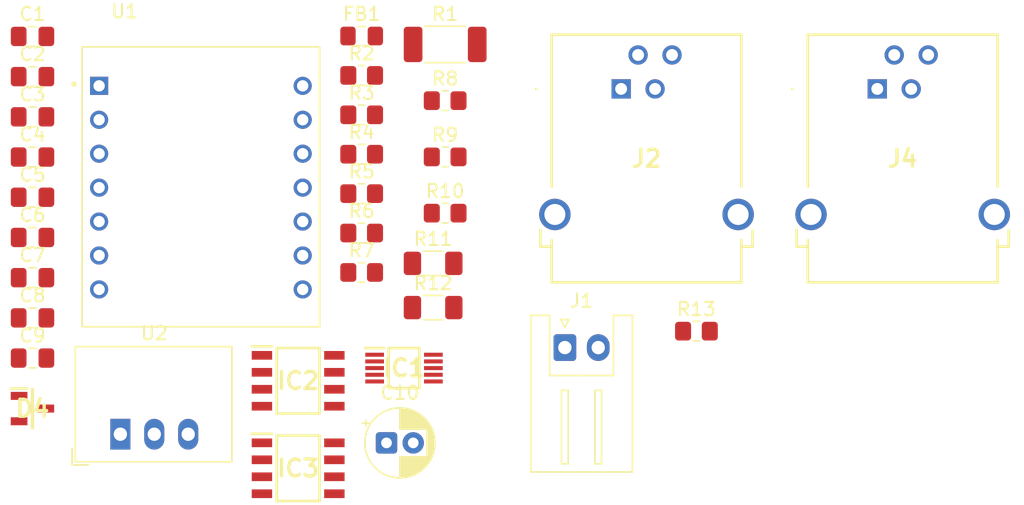
<source format=kicad_pcb>
(kicad_pcb (version 20241229) (generator "pcbnew") (generator_version "9.0")
  (layers (0 "F.Cu" signal) (2 "B.Cu" signal) (13 "F.Paste" user) (15 "B.Paste" user) (5 "F.SilkS" user "F.Silkscreen") (7 "B.SilkS" user "B.Silkscreen") (1 "F.Mask" user) (3 "B.Mask" user) (25 "Edge.Cuts" user))
  (net 0 "")
  (net 1 "/Vrow")
  (net 2 "GND")
  (net 3 "+5V")
  (net 4 "+VDC")
  (net 5 "/PI-TRCV-A")
  (net 6 "/PI-TRCV-B")
  (net 7 "+12V")
  (net 9 "/SCL")
  (net 10 "/SDA")
  (net 11 "/ROW-XDIR")
  (net 12 "/ROW-TxD")
  (net 13 "/ROW-RxD")
  (net 14 "/ROW-TRCV-B")
  (net 15 "/ROW-TRCV-A")
  (net 16 "/PI-XDIR")
  (net 17 "Net-(IC3-A)")
  (net 18 "/PI-TxD")
  (net 19 "/PI-RxD")
  (net 20 "Net-(IC3-B)")
  (net 21 "+3V3")
  (net 22 "Net-(D1-A)")
  (net 23 "Net-(D2-A)")
  (net 24 "Net-(D3-A)")
  (net 25 "/LED-DATA")
  (net 26 "/ROW-SENSE")
  (net 27 "/LED-RDY")
  (footprint "Capacitor_SMD:C_0805_2012Metric_Pad1.18x1.45mm_HandSolder" (layer "F.Cu") (at 101.500225 71.63)
    (property "Reference" "C7" (at 0 -1.68 0) (layer "F.SilkS"))
    (property "Value" "100nF")
    (fp_line (start -0.261252 -0.735) (end 0.261252 -0.735) (stroke (width 0.12)) (layer "F.SilkS"))
    (fp_line (start -0.261252 0.735) (end 0.261252 0.735) (stroke (width 0.12)) (layer "F.SilkS"))
    (pad "1" smd roundrect (at -1.0375 0) (size 1.175 1.45) (layers "F.Cu" "F.Mask" "F.Paste") (roundrect_rratio 0.212766) (net 3 "+5V"))
    (pad "2" smd roundrect (at 1.0375 0) (size 1.175 1.45) (layers "F.Cu" "F.Mask" "F.Paste") (roundrect_rratio 0.212766) (net 2 "GND"))
  )
  (footprint "Resistor_SMD:R_0805_2012Metric_Pad1.20x1.40mm_HandSolder" (layer "F.Cu") (at 151.201 75.635)
    (property "Reference" "R13" (at 0 -1.65 0) (layer "F.SilkS"))
    (property "Value" "120ohm")
    (fp_line (start -0.227064 -0.735) (end 0.227064 -0.735) (stroke (width 0.12)) (layer "F.SilkS"))
    (fp_line (start -0.227064 0.735) (end 0.227064 0.735) (stroke (width 0.12)) (layer "F.SilkS"))
    (pad "1" smd roundrect (at -1 0) (size 1.2 1.4) (layers "F.Cu" "F.Mask" "F.Paste") (roundrect_rratio 0.208333) (net 5 "/PI-TRCV-A"))
    (pad "2" smd roundrect (at 1 0) (size 1.2 1.4) (layers "F.Cu" "F.Mask" "F.Paste") (roundrect_rratio 0.208333) (net 6 "/PI-TRCV-B"))
  )
  (footprint "Resistor_SMD:R_0805_2012Metric_Pad1.20x1.40mm_HandSolder" (layer "F.Cu") (at 126.140225 71.24)
    (property "Reference" "R7" (at 0 -1.65 0) (layer "F.SilkS"))
    (property "Value" "10K")
    (fp_line (start -0.227064 -0.735) (end 0.227064 -0.735) (stroke (width 0.12)) (layer "F.SilkS"))
    (fp_line (start -0.227064 0.735) (end 0.227064 0.735) (stroke (width 0.12)) (layer "F.SilkS"))
    (pad "1" smd roundrect (at -1 0) (size 1.2 1.4) (layers "F.Cu" "F.Mask" "F.Paste") (roundrect_rratio 0.208333) (net 3 "+5V"))
    (pad "2" smd roundrect (at 1 0) (size 1.2 1.4) (layers "F.Cu" "F.Mask" "F.Paste") (roundrect_rratio 0.208333) (net 13 "/ROW-RxD"))
  )
  (footprint "Converter_DCDC:Converter_DCDC_RECOM_R-78E-0.5_THT" (layer "F.Cu") (at 108.075225 83.35)
    (property "Reference" "U2" (at 2.54 -7.56 0) (layer "F.SilkS"))
    (property "Value" "R-78E5.0-0.5")
    (fp_line (start -3.61 1.06) (end -3.61 2.3) (stroke (width 0.12)) (layer "F.SilkS"))
    (fp_line (start -3.61 2.3) (end -2.37 2.3) (stroke (width 0.12)) (layer "F.SilkS"))
    (fp_line (start -3.37 -6.56) (end 8.35 -6.56) (stroke (width 0.12)) (layer "F.SilkS"))
    (fp_line (start -3.37 2.06) (end -3.37 -6.56) (stroke (width 0.12)) (layer "F.SilkS"))
    (fp_line (start 8.35 -6.56) (end 8.35 2.06) (stroke (width 0.12)) (layer "F.SilkS"))
    (fp_line (start 8.35 2.06) (end -3.37 2.06) (stroke (width 0.12)) (layer "F.SilkS"))
    (pad "1" thru_hole rect (at 0 0) (size 1.5 2.3) (drill 1) (layers "*.Cu" "*.Mask") (net 1 "/Vrow"))
    (pad "2" thru_hole oval (at 2.54 0) (size 1.5 2.3) (drill 1) (layers "*.Cu" "*.Mask") (net 2 "GND"))
    (pad "3" thru_hole oval (at 5.08 0) (size 1.5 2.3) (drill 1) (layers "*.Cu" "*.Mask") (net 3 "+5V"))
  )
  (footprint "Capacitor_SMD:C_0805_2012Metric_Pad1.18x1.45mm_HandSolder" (layer "F.Cu") (at 101.500225 74.64)
    (property "Reference" "C8" (at 0 -1.68 0) (layer "F.SilkS"))
    (property "Value" ".1uF")
    (fp_line (start -0.261252 -0.735) (end 0.261252 -0.735) (stroke (width 0.12)) (layer "F.SilkS"))
    (fp_line (start -0.261252 0.735) (end 0.261252 0.735) (stroke (width 0.12)) (layer "F.SilkS"))
    (pad "1" smd roundrect (at -1.0375 0) (size 1.175 1.45) (layers "F.Cu" "F.Mask" "F.Paste") (roundrect_rratio 0.212766) (net 4 "+VDC"))
    (pad "2" smd roundrect (at 1.0375 0) (size 1.175 1.45) (layers "F.Cu" "F.Mask" "F.Paste") (roundrect_rratio 0.212766) (net 2 "GND"))
  )
  (footprint "ESP32-C3:MODULE_113991054" (layer "F.Cu") (at 114.105225 64.8275)
    (property "Reference" "U1" (at -5.715 -13.135 0) (layer "F.SilkS"))
    (property "Value" "XAIO ESP32-C3")
    (fp_line (start -8.89 -10.4775) (end 8.89 -10.4775) (stroke (width 0.127)) (layer "F.SilkS"))
    (fp_line (start -8.89 10.4775) (end -8.89 -10.4775) (stroke (width 0.127)) (layer "F.SilkS"))
    (fp_line (start 8.89 -10.4775) (end 8.89 10.4775) (stroke (width 0.127)) (layer "F.SilkS"))
    (fp_line (start 8.89 10.4775) (end -8.89 10.4775) (stroke (width 0.127)) (layer "F.SilkS"))
    (fp_circle (center -9.5 -7.6835) (end -9.4 -7.6835) (stroke (width 0.2)) (fill no) (layer "F.SilkS"))
    (pad "1" thru_hole rect (at -7.62 -7.5565) (size 1.358 1.358) (drill 0.85) (layers "*.Cu" "*.Mask") (net 27 "/LED-RDY"))
    (pad "2" thru_hole circle (at -7.62 -5.0165) (size 1.358 1.358) (drill 0.85) (layers "*.Cu" "*.Mask") (net 25 "/LED-DATA"))
    (pad "3" thru_hole circle (at -7.62 -2.4765) (size 1.358 1.358) (drill 0.85) (layers "*.Cu" "*.Mask") (net 16 "/PI-XDIR"))
    (pad "4" thru_hole circle (at -7.62 0.0635) (size 1.358 1.358) (drill 0.85) (layers "*.Cu" "*.Mask") (net 11 "/ROW-XDIR"))
    (pad "5" thru_hole circle (at -7.62 2.6035) (size 1.358 1.358) (drill 0.85) (layers "*.Cu" "*.Mask") (net 10 "/SDA"))
    (pad "6" thru_hole circle (at -7.62 5.1435) (size 1.358 1.358) (drill 0.85) (layers "*.Cu" "*.Mask") (net 9 "/SCL"))
    (pad "7" thru_hole circle (at -7.62 7.6835) (size 1.358 1.358) (drill 0.85) (layers "*.Cu" "*.Mask") (net 12 "/ROW-TxD"))
    (pad "8" thru_hole circle (at 7.62 7.6835) (size 1.358 1.358) (drill 0.85) (layers "*.Cu" "*.Mask") (net 13 "/ROW-RxD"))
    (pad "9" thru_hole circle (at 7.62 5.1435) (size 1.358 1.358) (drill 0.85) (layers "*.Cu" "*.Mask") (net 26 "/ROW-SENSE"))
    (pad "10" thru_hole circle (at 7.62 2.6035) (size 1.358 1.358) (drill 0.85) (layers "*.Cu" "*.Mask") (net 19 "/PI-RxD"))
    (pad "11" thru_hole circle (at 7.62 0.0635) (size 1.358 1.358) (drill 0.85) (layers "*.Cu" "*.Mask") (net 18 "/PI-TxD"))
    (pad "12" thru_hole circle (at 7.62 -2.4765) (size 1.358 1.358) (drill 0.85) (layers "*.Cu" "*.Mask") (net 21 "+3V3"))
    (pad "13" thru_hole circle (at 7.62 -5.0165) (size 1.358 1.358) (drill 0.85) (layers "*.Cu" "*.Mask") (net 2 "GND"))
    (pad "14" thru_hole circle (at 7.62 -7.5565) (size 1.358 1.358) (drill 0.85) (layers "*.Cu" "*.Mask") (net 4 "+VDC"))
  )
  (footprint "Capacitor_THT:CP_Radial_D5.0mm_P2.00mm" (layer "F.Cu") (at 128 84)
    (property "Reference" "C10" (at 1 -3.75 0) (layer "F.SilkS"))
    (property "Value" "100uF")
    (fp_line (start -1.804775 -1.475) (end -1.304775 -1.475) (stroke (width 0.12)) (layer "F.SilkS"))
    (fp_line (start -1.554775 -1.725) (end -1.554775 -1.225) (stroke (width 0.12)) (layer "F.SilkS"))
    (fp_line (start 1 -2.58) (end 1 -1.04) (stroke (width 0.12)) (layer "F.SilkS"))
    (fp_line (start 1 1.04) (end 1 2.58) (stroke (width 0.12)) (layer "F.SilkS"))
    (fp_line (start 1.04 -2.58) (end 1.04 -1.04) (stroke (width 0.12)) (layer "F.SilkS"))
    (fp_line (start 1.04 1.04) (end 1.04 2.58) (stroke (width 0.12)) (layer "F.SilkS"))
    (fp_line (start 1.08 -2.579) (end 1.08 -1.04) (stroke (width 0.12)) (layer "F.SilkS"))
    (fp_line (start 1.08 1.04) (end 1.08 2.579) (stroke (width 0.12)) (layer "F.SilkS"))
    (fp_line (start 1.12 -2.577) (end 1.12 -1.04) (stroke (width 0.12)) (layer "F.SilkS"))
    (fp_line (start 1.12 1.04) (end 1.12 2.577) (stroke (width 0.12)) (layer "F.SilkS"))
    (fp_line (start 1.16 -2.575) (end 1.16 -1.04) (stroke (width 0.12)) (layer "F.SilkS"))
    (fp_line (start 1.16 1.04) (end 1.16 2.575) (stroke (width 0.12)) (layer "F.SilkS"))
    (fp_line (start 1.2 -2.572) (end 1.2 -1.04) (stroke (width 0.12)) (layer "F.SilkS"))
    (fp_line (start 1.2 1.04) (end 1.2 2.572) (stroke (width 0.12)) (layer "F.SilkS"))
    (fp_line (start 1.24 -2.569) (end 1.24 -1.04) (stroke (width 0.12)) (layer "F.SilkS"))
    (fp_line (start 1.24 1.04) (end 1.24 2.569) (stroke (width 0.12)) (layer "F.SilkS"))
    (fp_line (start 1.28 -2.565) (end 1.28 -1.04) (stroke (width 0.12)) (layer "F.SilkS"))
    (fp_line (start 1.28 1.04) (end 1.28 2.565) (stroke (width 0.12)) (layer "F.SilkS"))
    (fp_line (start 1.32 -2.56) (end 1.32 -1.04) (stroke (width 0.12)) (layer "F.SilkS"))
    (fp_line (start 1.32 1.04) (end 1.32 2.56) (stroke (width 0.12)) (layer "F.SilkS"))
    (fp_line (start 1.36 -2.555) (end 1.36 -1.04) (stroke (width 0.12)) (layer "F.SilkS"))
    (fp_line (start 1.36 1.04) (end 1.36 2.555) (stroke (width 0.12)) (layer "F.SilkS"))
    (fp_line (start 1.4 -2.549) (end 1.4 -1.04) (stroke (width 0.12)) (layer "F.SilkS"))
    (fp_line (start 1.4 1.04) (end 1.4 2.549) (stroke (width 0.12)) (layer "F.SilkS"))
    (fp_line (start 1.44 -2.543) (end 1.44 -1.04) (stroke (width 0.12)) (layer "F.SilkS"))
    (fp_line (start 1.44 1.04) (end 1.44 2.543) (stroke (width 0.12)) (layer "F.SilkS"))
    (fp_line (start 1.48 -2.536) (end 1.48 -1.04) (stroke (width 0.12)) (layer "F.SilkS"))
    (fp_line (start 1.48 1.04) (end 1.48 2.536) (stroke (width 0.12)) (layer "F.SilkS"))
    (fp_line (start 1.52 -2.528) (end 1.52 -1.04) (stroke (width 0.12)) (layer "F.SilkS"))
    (fp_line (start 1.52 1.04) (end 1.52 2.528) (stroke (width 0.12)) (layer "F.SilkS"))
    (fp_line (start 1.56 -2.519) (end 1.56 -1.04) (stroke (width 0.12)) (layer "F.SilkS"))
    (fp_line (start 1.56 1.04) (end 1.56 2.519) (stroke (width 0.12)) (layer "F.SilkS"))
    (fp_line (start 1.6 -2.51) (end 1.6 -1.04) (stroke (width 0.12)) (layer "F.SilkS"))
    (fp_line (start 1.6 1.04) (end 1.6 2.51) (stroke (width 0.12)) (layer "F.SilkS"))
    (fp_line (start 1.64 -2.501) (end 1.64 -1.04) (stroke (width 0.12)) (layer "F.SilkS"))
    (fp_line (start 1.64 1.04) (end 1.64 2.501) (stroke (width 0.12)) (layer "F.SilkS"))
    (fp_line (start 1.68 -2.49) (end 1.68 -1.04) (stroke (width 0.12)) (layer "F.SilkS"))
    (fp_line (start 1.68 1.04) (end 1.68 2.49) (stroke (width 0.12)) (layer "F.SilkS"))
    (fp_line (start 1.72 -2.479) (end 1.72 -1.04) (stroke (width 0.12)) (layer "F.SilkS"))
    (fp_line (start 1.72 1.04) (end 1.72 2.479) (stroke (width 0.12)) (layer "F.SilkS"))
    (fp_line (start 1.76 -2.467) (end 1.76 -1.04) (stroke (width 0.12)) (layer "F.SilkS"))
    (fp_line (start 1.76 1.04) (end 1.76 2.467) (stroke (width 0.12)) (layer "F.SilkS"))
    (fp_line (start 1.8 -2.455) (end 1.8 -1.04) (stroke (width 0.12)) (layer "F.SilkS"))
    (fp_line (start 1.8 1.04) (end 1.8 2.455) (stroke (width 0.12)) (layer "F.SilkS"))
    (fp_line (start 1.84 -2.442) (end 1.84 -1.04) (stroke (width 0.12)) (layer "F.SilkS"))
    (fp_line (start 1.84 1.04) (end 1.84 2.442) (stroke (width 0.12)) (layer "F.SilkS"))
    (fp_line (start 1.88 -2.428) (end 1.88 -1.04) (stroke (width 0.12)) (layer "F.SilkS"))
    (fp_line (start 1.88 1.04) (end 1.88 2.428) (stroke (width 0.12)) (layer "F.SilkS"))
    (fp_line (start 1.92 -2.413) (end 1.92 -1.04) (stroke (width 0.12)) (layer "F.SilkS"))
    (fp_line (start 1.92 1.04) (end 1.92 2.413) (stroke (width 0.12)) (layer "F.SilkS"))
    (fp_line (start 1.96 -2.398) (end 1.96 -1.04) (stroke (width 0.12)) (layer "F.SilkS"))
    (fp_line (start 1.96 1.04) (end 1.96 2.398) (stroke (width 0.12)) (layer "F.SilkS"))
    (fp_line (start 2 -2.382) (end 2 -1.04) (stroke (width 0.12)) (layer "F.SilkS"))
    (fp_line (start 2 1.04) (end 2 2.382) (stroke (width 0.12)) (layer "F.SilkS"))
    (fp_line (start 2.04 -2.365) (end 2.04 -1.04) (stroke (width 0.12)) (layer "F.SilkS"))
    (fp_line (start 2.04 1.04) (end 2.04 2.365) (stroke (width 0.12)) (layer "F.SilkS"))
    (fp_line (start 2.08 -2.347) (end 2.08 -1.04) (stroke (width 0.12)) (layer "F.SilkS"))
    (fp_line (start 2.08 1.04) (end 2.08 2.347) (stroke (width 0.12)) (layer "F.SilkS"))
    (fp_line (start 2.12 -2.329) (end 2.12 -1.04) (stroke (width 0.12)) (layer "F.SilkS"))
    (fp_line (start 2.12 1.04) (end 2.12 2.329) (stroke (width 0.12)) (layer "F.SilkS"))
    (fp_line (start 2.16 -2.309) (end 2.16 -1.04) (stroke (width 0.12)) (layer "F.SilkS"))
    (fp_line (start 2.16 1.04) (end 2.16 2.309) (stroke (width 0.12)) (layer "F.SilkS"))
    (fp_line (start 2.2 -2.289) (end 2.2 -1.04) (stroke (width 0.12)) (layer "F.SilkS"))
    (fp_line (start 2.2 1.04) (end 2.2 2.289) (stroke (width 0.12)) (layer "F.SilkS"))
    (fp_line (start 2.24 -2.268) (end 2.24 -1.04) (stroke (width 0.12)) (layer "F.SilkS"))
    (fp_line (start 2.24 1.04) (end 2.24 2.268) (stroke (width 0.12)) (layer "F.SilkS"))
    (fp_line (start 2.28 -2.246) (end 2.28 -1.04) (stroke (width 0.12)) (layer "F.SilkS"))
    (fp_line (start 2.28 1.04) (end 2.28 2.246) (stroke (width 0.12)) (layer "F.SilkS"))
    (fp_line (start 2.32 -2.223) (end 2.32 -1.04) (stroke (width 0.12)) (layer "F.SilkS"))
    (fp_line (start 2.32 1.04) (end 2.32 2.223) (stroke (width 0.12)) (layer "F.SilkS"))
    (fp_line (start 2.36 -2.199) (end 2.36 -1.04) (stroke (width 0.12)) (layer "F.SilkS"))
    (fp_line (start 2.36 1.04) (end 2.36 2.199) (stroke (width 0.12)) (layer "F.SilkS"))
    (fp_line (start 2.4 -2.175) (end 2.4 -1.04) (stroke (width 0.12)) (layer "F.SilkS"))
    (fp_line (start 2.4 1.04) (end 2.4 2.175) (stroke (width 0.12)) (layer "F.SilkS"))
    (fp_line (start 2.44 -2.149) (end 2.44 -1.04) (stroke (width 0.12)) (layer "F.SilkS"))
    (fp_line (start 2.44 1.04) (end 2.44 2.149) (stroke (width 0.12)) (layer "F.SilkS"))
    (fp_line (start 2.48 -2.122) (end 2.48 -1.04) (stroke (width 0.12)) (layer "F.SilkS"))
    (fp_line (start 2.48 1.04) (end 2.48 2.122) (stroke (width 0.12)) (layer "F.SilkS"))
    (fp_line (start 2.52 -2.094) (end 2.52 -1.04) (stroke (width 0.12)) (layer "F.SilkS"))
    (fp_line (start 2.52 1.04) (end 2.52 2.094) (stroke (width 0.12)) (layer "F.SilkS"))
    (fp_line (start 2.56 -2.065) (end 2.56 -1.04) (stroke (width 0.12)) (layer "F.SilkS"))
    (fp_line (start 2.56 1.04) (end 2.56 2.065) (stroke (width 0.12)) (layer "F.SilkS"))
    (fp_line (start 2.6 -2.035) (end 2.6 -1.04) (stroke (width 0.12)) (layer "F.SilkS"))
    (fp_line (start 2.6 1.04) (end 2.6 2.035) (stroke (width 0.12)) (layer "F.SilkS"))
    (fp_line (start 2.64 -2.003) (end 2.64 -1.04) (stroke (width 0.12)) (layer "F.SilkS"))
    (fp_line (start 2.64 1.04) (end 2.64 2.003) (stroke (width 0.12)) (layer "F.SilkS"))
    (fp_line (start 2.68 -1.97) (end 2.68 -1.04) (stroke (width 0.12)) (layer "F.SilkS"))
    (fp_line (start 2.68 1.04) (end 2.68 1.97) (stroke (width 0.12)) (layer "F.SilkS"))
    (fp_line (start 2.72 -1.936) (end 2.72 -1.04) (stroke (width 0.12)) (layer "F.SilkS"))
    (fp_line (start 2.72 1.04) (end 2.72 1.936) (stroke (width 0.12)) (layer "F.SilkS"))
    (fp_line (start 2.76 -1.901) (end 2.76 -1.04) (stroke (width 0.12)) (layer "F.SilkS"))
    (fp_line (start 2.76 1.04) (end 2.76 1.901) (stroke (width 0.12)) (layer "F.SilkS"))
    (fp_line (start 2.8 -1.864) (end 2.8 -1.04) (stroke (width 0.12)) (layer "F.SilkS"))
    (fp_line (start 2.8 1.04) (end 2.8 1.864) (stroke (width 0.12)) (layer "F.SilkS"))
    (fp_line (start 2.84 -1.825) (end 2.84 -1.04) (stroke (width 0.12)) (layer "F.SilkS"))
    (fp_line (start 2.84 1.04) (end 2.84 1.825) (stroke (width 0.12)) (layer "F.SilkS"))
    (fp_line (start 2.88 -1.785) (end 2.88 -1.04) (stroke (width 0.12)) (layer "F.SilkS"))
    (fp_line (start 2.88 1.04) (end 2.88 1.785) (stroke (width 0.12)) (layer "F.SilkS"))
    (fp_line (start 2.92 -1.743) (end 2.92 -1.04) (stroke (width 0.12)) (layer "F.SilkS"))
    (fp_line (start 2.92 1.04) (end 2.92 1.743) (stroke (width 0.12)) (layer "F.SilkS"))
    (fp_line (start 2.96 -1.699) (end 2.96 -1.04) (stroke (width 0.12)) (layer "F.SilkS"))
    (fp_line (start 2.96 1.04) (end 2.96 1.699) (stroke (width 0.12)) (layer "F.SilkS"))
    (fp_line (start 3 -1.652) (end 3 -1.04) (stroke (width 0.12)) (layer "F.SilkS"))
    (fp_line (start 3 1.04) (end 3 1.652) (stroke (width 0.12)) (layer "F.SilkS"))
    (fp_line (start 3.04 -1.604) (end 3.04 1.604) (stroke (width 0.12)) (layer "F.SilkS"))
    (fp_line (start 3.08 -1.553) (end 3.08 1.553) (stroke (width 0.12)) (layer "F.SilkS"))
    (fp_line (start 3.12 -1.499) (end 3.12 1.499) (stroke (width 0.12)) (layer "F.SilkS"))
    (fp_line (start 3.16 -1.443) (end 3.16 1.443) (stroke (width 0.12)) (layer "F.SilkS"))
    (fp_line (start 3.2 -1.383) (end 3.2 1.383) (stroke (width 0.12)) (layer "F.SilkS"))
    (fp_line (start 3.24 -1.319) (end 3.24 1.319) (stroke (width 0.12)) (layer "F.SilkS"))
    (fp_line (start 3.28 -1.251) (end 3.28 1.251) (stroke (width 0.12)) (layer "F.SilkS"))
    (fp_line (start 3.32 -1.177) (end 3.32 1.177) (stroke (width 0.12)) (layer "F.SilkS"))
    (fp_line (start 3.36 -1.098) (end 3.36 1.098) (stroke (width 0.12)) (layer "F.SilkS"))
    (fp_line (start 3.4 -1.011) (end 3.4 1.011) (stroke (width 0.12)) (layer "F.SilkS"))
    (fp_line (start 3.44 -0.914) (end 3.44 0.914) (stroke (width 0.12)) (layer "F.SilkS"))
    (fp_line (start 3.48 -0.805) (end 3.48 0.805) (stroke (width 0.12)) (layer "F.SilkS"))
    (fp_line (start 3.52 -0.677) (end 3.52 0.677) (stroke (width 0.12)) (layer "F.SilkS"))
    (fp_line (start 3.56 -0.517) (end 3.56 0.517) (stroke (width 0.12)) (layer "F.SilkS"))
    (fp_line (start 3.6 -0.283) (end 3.6 0.283) (stroke (width 0.12)) (layer "F.SilkS"))
    (fp_circle (center 1 0) (end 3.62 0) (stroke (width 0.12)) (fill no) (layer "F.SilkS"))
    (pad "1" thru_hole roundrect (at 0 0) (size 1.6 1.6) (drill 0.8) (layers "*.Cu" "*.Mask") (roundrect_rratio 0.15625) (net 3 "+5V"))
    (pad "2" thru_hole circle (at 2 0) (size 1.6 1.6) (drill 0.8) (layers "*.Cu" "*.Mask") (net 2 "GND"))
  )
  (footprint "Resistor_SMD:R_0805_2012Metric_Pad1.20x1.40mm_HandSolder" (layer "F.Cu") (at 132.390225 62.59)
    (property "Reference" "R9" (at 0 -1.65 0) (layer "F.SilkS"))
    (property "Value" "260ohm")
    (fp_line (start -0.227064 -0.735) (end 0.227064 -0.735) (stroke (width 0.12)) (layer "F.SilkS"))
    (fp_line (start -0.227064 0.735) (end 0.227064 0.735) (stroke (width 0.12)) (layer "F.SilkS"))
    (pad "1" smd roundrect (at -1 0) (size 1.2 1.4) (layers "F.Cu" "F.Mask" "F.Paste") (roundrect_rratio 0.208333) (net 21 "+3V3"))
    (pad "2" smd roundrect (at 1 0) (size 1.2 1.4) (layers "F.Cu" "F.Mask" "F.Paste") (roundrect_rratio 0.208333) (net 23 "Net-(D2-A)"))
  )
  (footprint "5555140-2:55551402" (layer "F.Cu") (at 164.74 57.5)
    (property "Reference" "J4" (at 1.9 5.21 0) (layer "F.SilkS") (effects (font (size 1.27 1.27) (thickness 0.254))))
    (property "Value" "5555140-2" (hide yes))
    (fp_line (start -6.4 0) (end -6.4 0) (stroke (width 0.1)) (layer "F.SilkS"))
    (fp_line (start -6.3 0) (end -6.3 0) (stroke (width 0.1)) (layer "F.SilkS"))
    (fp_line (start -6.04 10.54) (end -6.04 11.81) (stroke (width 0.2)) (layer "F.SilkS"))
    (fp_line (start -6.04 11.81) (end -5.2 11.81) (stroke (width 0.2)) (layer "F.SilkS"))
    (fp_line (start -5.2 -4.06) (end 9 -4.06) (stroke (width 0.2)) (layer "F.SilkS"))
    (fp_line (start -5.2 7.31) (end -5.2 -4.06) (stroke (width 0.2)) (layer "F.SilkS"))
    (fp_line (start -5.2 11.31) (end -5.2 14.48) (stroke (width 0.2)) (layer "F.SilkS"))
    (fp_line (start -5.2 14.48) (end 9 14.48) (stroke (width 0.2)) (layer "F.SilkS"))
    (fp_line (start 9 -4.06) (end 9 7.31) (stroke (width 0.2)) (layer "F.SilkS"))
    (fp_line (start 9 14.48) (end 9 11.31) (stroke (width 0.2)) (layer "F.SilkS"))
    (fp_line (start 9.84 10.61) (end 9.84 11.81) (stroke (width 0.2)) (layer "F.SilkS"))
    (fp_line (start 9.84 11.81) (end 9 11.81) (stroke (width 0.2)) (layer "F.SilkS"))
    (fp_arc (start -6.4 0) (mid -6.35 -0.05) (end -6.3 0) (stroke (width 0.1)) (layer "F.SilkS"))
    (fp_arc (start -6.3 0) (mid -6.35 0.05) (end -6.4 0) (stroke (width 0.1)) (layer "F.SilkS"))
    (pad "" np_thru_hole circle (at -3.18 6.35) (size 3.25 3.25) (drill 3.25) (layers "*.Cu" "*.Mask"))
    (pad "" np_thru_hole circle (at 6.98 6.35) (size 3.25 3.25) (drill 3.25) (layers "*.Cu" "*.Mask"))
    (pad "1" thru_hole rect (at 0 0) (size 1.446 1.446) (drill 0.89) (layers "*.Cu" "*.Mask") (net 15 "/ROW-TRCV-A"))
    (pad "2" thru_hole circle (at 1.27 -2.54) (size 1.446 1.446) (drill 0.89) (layers "*.Cu" "*.Mask") (net 14 "/ROW-TRCV-B"))
    (pad "3" thru_hole circle (at 2.54 0) (size 1.446 1.446) (drill 0.89) (layers "*.Cu" "*.Mask") (net 26 "/ROW-SENSE"))
    (pad "4" thru_hole circle (at 3.81 -2.54) (size 1.446 1.446) (drill 0.89) (layers "*.Cu" "*.Mask") (net 2 "GND"))
    (pad "7" thru_hole circle (at -4.96 9.4) (size 2.355 2.355) (drill 1.57) (layers "*.Cu" "*.Mask") (net 2 "GND"))
    (pad "8" thru_hole circle (at 8.76 9.4) (size 2.355 2.355) (drill 1.57) (layers "*.Cu" "*.Mask") (net 2 "GND"))
  )
  (footprint "Resistor_SMD:R_2010_5025Metric_Pad1.40x2.65mm_HandSolder" (layer "F.Cu") (at 132.390225 54.17)
    (property "Reference" "R1" (at 0 -2.28 0) (layer "F.SilkS"))
    (property "Value" "5mOhms")
    (fp_line (start -1.527064 -1.36) (end 1.527064 -1.36) (stroke (width 0.12)) (layer "F.SilkS"))
    (fp_line (start -1.527064 1.36) (end 1.527064 1.36) (stroke (width 0.12)) (layer "F.SilkS"))
    (pad "1" smd roundrect (at -2.4 0) (size 1.4 2.65) (layers "F.Cu" "F.Mask" "F.Paste") (roundrect_rratio 0.178571) (net 7 "+12V"))
    (pad "2" smd roundrect (at 2.4 0) (size 1.4 2.65) (layers "F.Cu" "F.Mask" "F.Paste") (roundrect_rratio 0.178571) (net 1 "/Vrow"))
  )
  (footprint "Resistor_SMD:R_0805_2012Metric_Pad1.20x1.40mm_HandSolder" (layer "F.Cu") (at 126.140225 59.44)
    (property "Reference" "R3" (at 0 -1.65 0) (layer "F.SilkS"))
    (property "Value" "10K")
    (fp_line (start -0.227064 -0.735) (end 0.227064 -0.735) (stroke (width 0.12)) (layer "F.SilkS"))
    (fp_line (start -0.227064 0.735) (end 0.227064 0.735) (stroke (width 0.12)) (layer "F.SilkS"))
    (pad "1" smd roundrect (at -1 0) (size 1.2 1.4) (layers "F.Cu" "F.Mask" "F.Paste") (roundrect_rratio 0.208333) (net 16 "/PI-XDIR"))
    (pad "2" smd roundrect (at 1 0) (size 1.2 1.4) (layers "F.Cu" "F.Mask" "F.Paste") (roundrect_rratio 0.208333) (net 2 "GND"))
  )
  (footprint "THVD1420DR:SOIC127P600X175-8N" (layer "F.Cu") (at 121.385225 85.9)
    (property "Reference" "IC3" (at 0 0 0) (layer "F.SilkS") (effects (font (size 1.27 1.27) (thickness 0.254))))
    (property "Value" "THVD1420DR" (hide yes))
    (fp_line (start -3.475 -2.58) (end -1.948 -2.58) (stroke (width 0.2)) (layer "F.SilkS"))
    (fp_line (start -1.598 -2.452) (end 1.598 -2.452) (stroke (width 0.2)) (layer "F.SilkS"))
    (fp_line (start -1.598 2.452) (end -1.598 -2.452) (stroke (width 0.2)) (layer "F.SilkS"))
    (fp_line (start 1.598 -2.452) (end 1.598 2.452) (stroke (width 0.2)) (layer "F.SilkS"))
    (fp_line (start 1.598 2.452) (end -1.598 2.452) (stroke (width 0.2)) (layer "F.SilkS"))
    (pad "1" smd rect (at -2.711 -1.905 90) (size 0.65 1.528) (layers "F.Cu" "F.Mask" "F.Paste") (net 19 "/PI-RxD"))
    (pad "2" smd rect (at -2.711 -0.635 90) (size 0.65 1.528) (layers "F.Cu" "F.Mask" "F.Paste") (net 16 "/PI-XDIR"))
    (pad "3" smd rect (at -2.711 0.635 90) (size 0.65 1.528) (layers "F.Cu" "F.Mask" "F.Paste") (net 16 "/PI-XDIR"))
    (pad "4" smd rect (at -2.711 1.905 90) (size 0.65 1.528) (layers "F.Cu" "F.Mask" "F.Paste") (net 18 "/PI-TxD"))
    (pad "5" smd rect (at 2.711 1.905 90) (size 0.65 1.528) (layers "F.Cu" "F.Mask" "F.Paste") (net 2 "GND"))
    (pad "6" smd rect (at 2.711 0.635 90) (size 0.65 1.528) (layers "F.Cu" "F.Mask" "F.Paste") (net 17 "Net-(IC3-A)"))
    (pad "7" smd rect (at 2.711 -0.635 90) (size 0.65 1.528) (layers "F.Cu" "F.Mask" "F.Paste") (net 20 "Net-(IC3-B)"))
    (pad "8" smd rect (at 2.711 -1.905 90) (size 0.65 1.528) (layers "F.Cu" "F.Mask" "F.Paste") (net 3 "+5V"))
  )
  (footprint "Capacitor_SMD:C_0805_2012Metric_Pad1.18x1.45mm_HandSolder" (layer "F.Cu") (at 101.500225 62.6)
    (property "Reference" "C4" (at 0 -1.68 0) (layer "F.SilkS"))
    (property "Value" "100nF")
    (fp_line (start -0.261252 -0.735) (end 0.261252 -0.735) (stroke (width 0.12)) (layer "F.SilkS"))
    (fp_line (start -0.261252 0.735) (end 0.261252 0.735) (stroke (width 0.12)) (layer "F.SilkS"))
    (pad "1" smd roundrect (at -1.0375 0) (size 1.175 1.45) (layers "F.Cu" "F.Mask" "F.Paste") (roundrect_rratio 0.212766) (net 3 "+5V"))
    (pad "2" smd roundrect (at 1.0375 0) (size 1.175 1.45) (layers "F.Cu" "F.Mask" "F.Paste") (roundrect_rratio 0.212766) (net 2 "GND"))
  )
  (footprint "Capacitor_SMD:C_0805_2012Metric_Pad1.18x1.45mm_HandSolder" (layer "F.Cu") (at 101.500225 68.62)
    (property "Reference" "C6" (at 0 -1.68 0) (layer "F.SilkS"))
    (property "Value" "100nF")
    (fp_line (start -0.261252 -0.735) (end 0.261252 -0.735) (stroke (width 0.12)) (layer "F.SilkS"))
    (fp_line (start -0.261252 0.735) (end 0.261252 0.735) (stroke (width 0.12)) (layer "F.SilkS"))
    (pad "1" smd roundrect (at -1.0375 0) (size 1.175 1.45) (layers "F.Cu" "F.Mask" "F.Paste") (roundrect_rratio 0.212766) (net 3 "+5V"))
    (pad "2" smd roundrect (at 1.0375 0) (size 1.175 1.45) (layers "F.Cu" "F.Mask" "F.Paste") (roundrect_rratio 0.212766) (net 2 "GND"))
  )
  (footprint "THVD1420DR:SOIC127P600X175-8N" (layer "F.Cu") (at 121.385225 79.35)
    (property "Reference" "IC2" (at 0 0 0) (layer "F.SilkS") (effects (font (size 1.27 1.27) (thickness 0.254))))
    (property "Value" "THVD1420DR" (hide yes))
    (fp_line (start -3.475 -2.58) (end -1.948 -2.58) (stroke (width 0.2)) (layer "F.SilkS"))
    (fp_line (start -1.598 -2.452) (end 1.598 -2.452) (stroke (width 0.2)) (layer "F.SilkS"))
    (fp_line (start -1.598 2.452) (end -1.598 -2.452) (stroke (width 0.2)) (layer "F.SilkS"))
    (fp_line (start 1.598 -2.452) (end 1.598 2.452) (stroke (width 0.2)) (layer "F.SilkS"))
    (fp_line (start 1.598 2.452) (end -1.598 2.452) (stroke (width 0.2)) (layer "F.SilkS"))
    (pad "1" smd rect (at -2.711 -1.905 90) (size 0.65 1.528) (layers "F.Cu" "F.Mask" "F.Paste") (net 13 "/ROW-RxD"))
    (pad "2" smd rect (at -2.711 -0.635 90) (size 0.65 1.528) (layers "F.Cu" "F.Mask" "F.Paste") (net 11 "/ROW-XDIR"))
    (pad "3" smd rect (at -2.711 0.635 90) (size 0.65 1.528) (layers "F.Cu" "F.Mask" "F.Paste") (net 11 "/ROW-XDIR"))
    (pad "4" smd rect (at -2.711 1.905 90) (size 0.65 1.528) (layers "F.Cu" "F.Mask" "F.Paste") (net 12 "/ROW-TxD"))
    (pad "5" smd rect (at 2.711 1.905 90) (size 0.65 1.528) (layers "F.Cu" "F.Mask" "F.Paste") (net 2 "GND"))
    (pad "6" smd rect (at 2.711 0.635 90) (size 0.65 1.528) (layers "F.Cu" "F.Mask" "F.Paste") (net 15 "/ROW-TRCV-A"))
    (pad "7" smd rect (at 2.711 -0.635 90) (size 0.65 1.528) (layers "F.Cu" "F.Mask" "F.Paste") (net 14 "/ROW-TRCV-B"))
    (pad "8" smd rect (at 2.711 -1.905 90) (size 0.65 1.528) (layers "F.Cu" "F.Mask" "F.Paste") (net 3 "+5V"))
  )
  (footprint "Connector_JST:JST_XH_S2B-XH-A_1x02_P2.50mm_Horizontal" (layer "F.Cu") (at 141.351 76.865)
    (property "Reference" "J1" (at 1.25 -3.51 0) (layer "F.SilkS"))
    (property "Value" "Power")
    (fp_line (start -2.56 -2.41) (end -1.14 -2.41) (stroke (width 0.12)) (layer "F.SilkS"))
    (fp_line (start -2.56 9.31) (end -2.56 -2.41) (stroke (width 0.12)) (layer "F.SilkS"))
    (fp_line (start -1.14 -2.41) (end -1.14 2.09) (stroke (width 0.12)) (layer "F.SilkS"))
    (fp_line (start -1.14 2.09) (end 1.25 2.09) (stroke (width 0.12)) (layer "F.SilkS"))
    (fp_line (start -0.3 -2.1) (end 0.3 -2.1) (stroke (width 0.12)) (layer "F.SilkS"))
    (fp_line (start -0.25 3.2) (end -0.25 8.7) (stroke (width 0.12)) (layer "F.SilkS"))
    (fp_line (start -0.25 8.7) (end 0.25 8.7) (stroke (width 0.12)) (layer "F.SilkS"))
    (fp_line (start 0 -1.5) (end -0.3 -2.1) (stroke (width 0.12)) (layer "F.SilkS"))
    (fp_line (start 0.25 3.2) (end -0.25 3.2) (stroke (width 0.12)) (layer "F.SilkS"))
    (fp_line (start 0.25 8.7) (end 0.25 3.2) (stroke (width 0.12)) (layer "F.SilkS"))
    (fp_line (start 0.3 -2.1) (end 0 -1.5) (stroke (width 0.12)) (layer "F.SilkS"))
    (fp_line (start 1.25 9.31) (end -2.56 9.31) (stroke (width 0.12)) (layer "F.SilkS"))
    (fp_line (start 1.25 9.31) (end 5.06 9.31) (stroke (width 0.12)) (layer "F.SilkS"))
    (fp_line (start 2.25 3.2) (end 2.25 8.7) (stroke (width 0.12)) (layer "F.SilkS"))
    (fp_line (start 2.25 8.7) (end 2.75 8.7) (stroke (width 0.12)) (layer "F.SilkS"))
    (fp_line (start 2.75 3.2) (end 2.25 3.2) (stroke (width 0.12)) (layer "F.SilkS"))
    (fp_line (start 2.75 8.7) (end 2.75 3.2) (stroke (width 0.12)) (layer "F.SilkS"))
    (fp_line (start 3.64 -2.41) (end 3.64 2.09) (stroke (width 0.12)) (layer "F.SilkS"))
    (fp_line (start 3.64 2.09) (end 1.25 2.09) (stroke (width 0.12)) (layer "F.SilkS"))
    (fp_line (start 5.06 -2.41) (end 3.64 -2.41) (stroke (width 0.12)) (layer "F.SilkS"))
    (fp_line (start 5.06 9.31) (end 5.06 -2.41) (stroke (width 0.12)) (layer "F.SilkS"))
    (pad "1" thru_hole roundrect (at 0 0) (size 1.7 2) (drill 1) (layers "*.Cu" "*.Mask") (roundrect_rratio 0.147059) (net 7 "+12V"))
    (pad "2" thru_hole oval (at 2.5 0) (size 1.7 2) (drill 1) (layers "*.Cu" "*.Mask") (net 2 "GND"))
  )
  (footprint "Garth:SOT95P230X117-3N" (layer "F.Cu") (at 101.495225 81.43)
    (property "Reference" "D4" (at 0 0 0) (layer "F.SilkS") (effects (font (size 1.27 1.27) (thickness 0.254))))
    (property "Value" "CDSOT23-SM712" (hide yes))
    (fp_line (start -1.625 -1.5) (end -0.375 -1.5) (stroke (width 0.2)) (layer "F.SilkS"))
    (fp_line (start -0.025 -1.45) (end 0.025 -1.45) (stroke (width 0.2)) (layer "F.SilkS"))
    (fp_line (start -0.025 1.45) (end -0.025 -1.45) (stroke (width 0.2)) (layer "F.SilkS"))
    (fp_line (start 0.025 -1.45) (end 0.025 1.45) (stroke (width 0.2)) (layer "F.SilkS"))
    (fp_line (start 0.025 1.45) (end -0.025 1.45) (stroke (width 0.2)) (layer "F.SilkS"))
    (pad "1" smd rect (at -1 -0.95 90) (size 0.6 1.25) (layers "F.Cu" "F.Mask" "F.Paste") (net 6 "/PI-TRCV-B"))
    (pad "2" smd rect (at -1 0.95 90) (size 0.6 1.25) (layers "F.Cu" "F.Mask" "F.Paste") (net 5 "/PI-TRCV-A"))
    (pad "3" smd rect (at 1 0 90) (size 0.6 1.25) (layers "F.Cu" "F.Mask" "F.Paste") (net 2 "GND"))
  )
  (footprint "Resistor_SMD:R_1206_3216Metric_Pad1.30x1.75mm_HandSolder" (layer "F.Cu") (at 131.490225 73.87)
    (property "Reference" "R12" (at 0 -1.83 0) (layer "F.SilkS"))
    (property "Value" "10 Ohms")
    (fp_line (start -0.727064 -0.91) (end 0.727064 -0.91) (stroke (width 0.12)) (layer "F.SilkS"))
    (fp_line (start -0.727064 0.91) (end 0.727064 0.91) (stroke (width 0.12)) (layer "F.SilkS"))
    (pad "1" smd roundrect (at -1.55 0) (size 1.3 1.75) (layers "F.Cu" "F.Mask" "F.Paste") (roundrect_rratio 0.192308) (net 17 "Net-(IC3-A)"))
    (pad "2" smd roundrect (at 1.55 0) (size 1.3 1.75) (layers "F.Cu" "F.Mask" "F.Paste") (roundrect_rratio 0.192308) (net 5 "/PI-TRCV-A"))
  )
  (footprint "Capacitor_SMD:C_0805_2012Metric_Pad1.18x1.45mm_HandSolder" (layer "F.Cu") (at 101.500225 56.58)
    (property "Reference" "C2" (at 0 -1.68 0) (layer "F.SilkS"))
    (property "Value" "10uF")
    (fp_line (start -0.261252 -0.735) (end 0.261252 -0.735) (stroke (width 0.12)) (layer "F.SilkS"))
    (fp_line (start -0.261252 0.735) (end 0.261252 0.735) (stroke (width 0.12)) (layer "F.SilkS"))
    (pad "1" smd roundrect (at -1.0375 0) (size 1.175 1.45) (layers "F.Cu" "F.Mask" "F.Paste") (roundrect_rratio 0.212766) (net 3 "+5V"))
    (pad "2" smd roundrect (at 1.0375 0) (size 1.175 1.45) (layers "F.Cu" "F.Mask" "F.Paste") (roundrect_rratio 0.212766) (net 2 "GND"))
  )
  (footprint "Resistor_SMD:R_0805_2012Metric_Pad1.20x1.40mm_HandSolder" (layer "F.Cu") (at 126.140225 68.29)
    (property "Reference" "R6" (at 0 -1.65 0) (layer "F.SilkS"))
    (property "Value" "10K")
    (fp_line (start -0.227064 -0.735) (end 0.227064 -0.735) (stroke (width 0.12)) (layer "F.SilkS"))
    (fp_line (start -0.227064 0.735) (end 0.227064 0.735) (stroke (width 0.12)) (layer "F.SilkS"))
    (pad "1" smd roundrect (at -1 0) (size 1.2 1.4) (layers "F.Cu" "F.Mask" "F.Paste") (roundrect_rratio 0.208333) (net 11 "/ROW-XDIR"))
    (pad "2" smd roundrect (at 1 0) (size 1.2 1.4) (layers "F.Cu" "F.Mask" "F.Paste") (roundrect_rratio 0.208333) (net 2 "GND"))
  )
  (footprint "Capacitor_SMD:C_0805_2012Metric_Pad1.18x1.45mm_HandSolder" (layer "F.Cu") (at 101.500225 59.59)
    (property "Reference" "C3" (at 0 -1.68 0) (layer "F.SilkS"))
    (property "Value" ".1uF")
    (fp_line (start -0.261252 -0.735) (end 0.261252 -0.735) (stroke (width 0.12)) (layer "F.SilkS"))
    (fp_line (start -0.261252 0.735) (end 0.261252 0.735) (stroke (width 0.12)) (layer "F.SilkS"))
    (pad "1" smd roundrect (at -1.0375 0) (size 1.175 1.45) (layers "F.Cu" "F.Mask" "F.Paste") (roundrect_rratio 0.212766) (net 2 "GND"))
    (pad "2" smd roundrect (at 1.0375 0) (size 1.175 1.45) (layers "F.Cu" "F.Mask" "F.Paste") (roundrect_rratio 0.212766) (net 3 "+5V"))
  )
  (footprint "Capacitor_SMD:C_0805_2012Metric_Pad1.18x1.45mm_HandSolder" (layer "F.Cu") (at 101.500225 53.57)
    (property "Reference" "C1" (at 0 -1.68 0) (layer "F.SilkS"))
    (property "Value" "10uF")
    (fp_line (start -0.261252 -0.735) (end 0.261252 -0.735) (stroke (width 0.12)) (layer "F.SilkS"))
    (fp_line (start -0.261252 0.735) (end 0.261252 0.735) (stroke (width 0.12)) (layer "F.SilkS"))
    (pad "1" smd roundrect (at -1.0375 0) (size 1.175 1.45) (layers "F.Cu" "F.Mask" "F.Paste") (roundrect_rratio 0.212766) (net 1 "/Vrow"))
    (pad "2" smd roundrect (at 1.0375 0) (size 1.175 1.45) (layers "F.Cu" "F.Mask" "F.Paste") (roundrect_rratio 0.212766) (net 2 "GND"))
  )
  (footprint "Resistor_SMD:R_0805_2012Metric_Pad1.20x1.40mm_HandSolder" (layer "F.Cu") (at 132.390225 66.8)
    (property "Reference" "R10" (at 0 -1.65 0) (layer "F.SilkS"))
    (property "Value" "260ohm")
    (fp_line (start -0.227064 -0.735) (end 0.227064 -0.735) (stroke (width 0.12)) (layer "F.SilkS"))
    (fp_line (start -0.227064 0.735) (end 0.227064 0.735) (stroke (width 0.12)) (layer "F.SilkS"))
    (pad "1" smd roundrect (at -1 0) (size 1.2 1.4) (layers "F.Cu" "F.Mask" "F.Paste") (roundrect_rratio 0.208333) (net 21 "+3V3"))
    (pad "2" smd roundrect (at 1 0) (size 1.2 1.4) (layers "F.Cu" "F.Mask" "F.Paste") (roundrect_rratio 0.208333) (net 24 "Net-(D3-A)"))
  )
  (footprint "Capacitor_SMD:C_0805_2012Metric_Pad1.18x1.45mm_HandSolder" (layer "F.Cu") (at 101.500225 65.61)
    (property "Reference" "C5" (at 0 -1.68 0) (layer "F.SilkS"))
    (property "Value" "100nF")
    (fp_line (start -0.261252 -0.735) (end 0.261252 -0.735) (stroke (width 0.12)) (layer "F.SilkS"))
    (fp_line (start -0.261252 0.735) (end 0.261252 0.735) (stroke (width 0.12)) (layer "F.SilkS"))
    (pad "1" smd roundrect (at -1.0375 0) (size 1.175 1.45) (layers "F.Cu" "F.Mask" "F.Paste") (roundrect_rratio 0.212766) (net 3 "+5V"))
    (pad "2" smd roundrect (at 1.0375 0) (size 1.175 1.45) (layers "F.Cu" "F.Mask" "F.Paste") (roundrect_rratio 0.212766) (net 2 "GND"))
  )
  (footprint "Resistor_SMD:R_1206_3216Metric_Pad1.30x1.75mm_HandSolder" (layer "F.Cu") (at 131.490225 70.56)
    (property "Reference" "R11" (at 0 -1.83 0) (layer "F.SilkS"))
    (property "Value" "10 Ohms")
    (fp_line (start -0.727064 -0.91) (end 0.727064 -0.91) (stroke (width 0.12)) (layer "F.SilkS"))
    (fp_line (start -0.727064 0.91) (end 0.727064 0.91) (stroke (width 0.12)) (layer "F.SilkS"))
    (pad "1" smd roundrect (at -1.55 0) (size 1.3 1.75) (layers "F.Cu" "F.Mask" "F.Paste") (roundrect_rratio 0.192308) (net 20 "Net-(IC3-B)"))
    (pad "2" smd roundrect (at 1.55 0) (size 1.3 1.75) (layers "F.Cu" "F.Mask" "F.Paste") (roundrect_rratio 0.192308) (net 6 "/PI-TRCV-B"))
  )
  (footprint "Capacitor_SMD:C_0805_2012Metric_Pad1.18x1.45mm_HandSolder" (layer "F.Cu") (at 101.500225 77.65)
    (property "Reference" "C9" (at 0 -1.68 0) (layer "F.SilkS"))
    (property "Value" "10uF")
    (fp_line (start -0.261252 -0.735) (end 0.261252 -0.735) (stroke (width 0.12)) (layer "F.SilkS"))
    (fp_line (start -0.261252 0.735) (end 0.261252 0.735) (stroke (width 0.12)) (layer "F.SilkS"))
    (pad "1" smd roundrect (at -1.0375 0) (size 1.175 1.45) (layers "F.Cu" "F.Mask" "F.Paste") (roundrect_rratio 0.212766) (net 4 "+VDC"))
    (pad "2" smd roundrect (at 1.0375 0) (size 1.175 1.45) (layers "F.Cu" "F.Mask" "F.Paste") (roundrect_rratio 0.212766) (net 2 "GND"))
  )
  (footprint "5555140-2:55551402" (layer "F.Cu") (at 145.564 57.5)
    (property "Reference" "J2" (at 1.9 5.21 0) (layer "F.SilkS") (effects (font (size 1.27 1.27) (thickness 0.254))))
    (property "Value" "5555140-2" (hide yes))
    (fp_line (start -6.4 0) (end -6.4 0) (stroke (width 0.1)) (layer "F.SilkS"))
    (fp_line (start -6.3 0) (end -6.3 0) (stroke (width 0.1)) (layer "F.SilkS"))
    (fp_line (start -6.04 10.54) (end -6.04 11.81) (stroke (width 0.2)) (layer "F.SilkS"))
    (fp_line (start -6.04 11.81) (end -5.2 11.81) (stroke (width 0.2)) (layer "F.SilkS"))
    (fp_line (start -5.2 -4.06) (end 9 -4.06) (stroke (width 0.2)) (layer "F.SilkS"))
    (fp_line (start -5.2 7.31) (end -5.2 -4.06) (stroke (width 0.2)) (layer "F.SilkS"))
    (fp_line (start -5.2 11.31) (end -5.2 14.48) (stroke (width 0.2)) (layer "F.SilkS"))
    (fp_line (start -5.2 14.48) (end 9 14.48) (stroke (width 0.2)) (layer "F.SilkS"))
    (fp_line (start 9 -4.06) (end 9 7.31) (stroke (width 0.2)) (layer "F.SilkS"))
    (fp_line (start 9 14.48) (end 9 11.31) (stroke (width 0.2)) (layer "F.SilkS"))
    (fp_line (start 9.84 10.61) (end 9.84 11.81) (stroke (width 0.2)) (layer "F.SilkS"))
    (fp_line (start 9.84 11.81) (end 9 11.81) (stroke (width 0.2)) (layer "F.SilkS"))
    (fp_arc (start -6.4 0) (mid -6.35 -0.05) (end -6.3 0) (stroke (width 0.1)) (layer "F.SilkS"))
    (fp_arc (start -6.3 0) (mid -6.35 0.05) (end -6.4 0) (stroke (width 0.1)) (layer "F.SilkS"))
    (pad "" np_thru_hole circle (at -3.18 6.35) (size 3.25 3.25) (drill 3.25) (layers "*.Cu" "*.Mask"))
    (pad "" np_thru_hole circle (at 6.98 6.35) (size 3.25 3.25) (drill 3.25) (layers "*.Cu" "*.Mask"))
    (pad "1" thru_hole rect (at 0 0) (size 1.446 1.446) (drill 0.89) (layers "*.Cu" "*.Mask") (net 5 "/PI-TRCV-A"))
    (pad "2" thru_hole circle (at 1.27 -2.54) (size 1.446 1.446) (drill 0.89) (layers "*.Cu" "*.Mask") (net 6 "/PI-TRCV-B"))
    (pad "3" thru_hole circle (at 2.54 0) (size 1.446 1.446) (drill 0.89) (layers "*.Cu" "*.Mask") (net 5 "/PI-TRCV-A"))
    (pad "4" thru_hole circle (at 3.81 -2.54) (size 1.446 1.446) (drill 0.89) (layers "*.Cu" "*.Mask") (net 6 "/PI-TRCV-B"))
    (pad "7" thru_hole circle (at -4.96 9.4) (size 2.355 2.355) (drill 1.57) (layers "*.Cu" "*.Mask") (net 2 "GND"))
    (pad "8" thru_hole circle (at 8.76 9.4) (size 2.355 2.355) (drill 1.57) (layers "*.Cu" "*.Mask") (net 2 "GND"))
  )
  (footprint "INA220BIDGSR:SOP50P490X110-10N" (layer "F.Cu") (at 129.310225 78.4)
    (property "Reference" "IC1" (at 0 0 0) (layer "F.SilkS") (effects (font (size 1.27 1.27) (thickness 0.254))))
    (property "Value" "INA220BIDGSR" (hide yes))
    (fp_line (start -2.9 -1.5) (end -1.5 -1.5) (stroke (width 0.2)) (layer "F.SilkS"))
    (fp_line (start -1.15 -1.5) (end 1.15 -1.5) (stroke (width 0.2)) (layer "F.SilkS"))
    (fp_line (start -1.15 1.5) (end -1.15 -1.5) (stroke (width 0.2)) (layer "F.SilkS"))
    (fp_line (start 1.15 -1.5) (end 1.15 1.5) (stroke (width 0.2)) (layer "F.SilkS"))
    (fp_line (start 1.15 1.5) (end -1.15 1.5) (stroke (width 0.2)) (layer "F.SilkS"))
    (pad "1" smd rect (at -2.2 -1 90) (size 0.3 1.4) (layers "F.Cu" "F.Mask" "F.Paste") (net 3 "+5V"))
    (pad "2" smd rect (at -2.2 -0.5 90) (size 0.3 1.4) (layers "F.Cu" "F.Mask" "F.Paste") (net 3 "+5V"))
    (pad "3" smd rect (at -2.2 0 90) (size 0.3 1.4) (layers "F.Cu" "F.Mask" "F.Paste"))
    (pad "4" smd rect (at -2.2 0.5 90) (size 0.3 1.4) (layers "F.Cu" "F.Mask" "F.Paste") (net 10 "/SDA"))
    (pad "5" smd rect (at -2.2 1 90) (size 0.3 1.4) (layers "F.Cu" "F.Mask" "F.Paste") (net 9 "/SCL"))
    (pad "6" smd rect (at 2.2 1 90) (size 0.3 1.4) (layers "F.Cu" "F.Mask" "F.Paste") (net 3 "+5V"))
    (pad "7" smd rect (at 2.2 0.5 90) (size 0.3 1.4) (layers "F.Cu" "F.Mask" "F.Paste") (net 2 "GND"))
    (pad "8" smd rect (at 2.2 0 90) (size 0.3 1.4) (layers "F.Cu" "F.Mask" "F.Paste") (net 7 "+12V"))
    (pad "9" smd rect (at 2.2 -0.5 90) (size 0.3 1.4) (layers "F.Cu" "F.Mask" "F.Paste") (net 1 "/Vrow"))
    (pad "10" smd rect (at 2.2 -1 90) (size 0.3 1.4) (layers "F.Cu" "F.Mask" "F.Paste") (net 7 "+12V"))
  )
  (footprint "Resistor_SMD:R_0805_2012Metric_Pad1.20x1.40mm_HandSolder" (layer "F.Cu") (at 132.390225 58.38)
    (property "Reference" "R8" (at 0 -1.65 0) (layer "F.SilkS"))
    (property "Value" "260ohm")
    (fp_line (start -0.227064 -0.735) (end 0.227064 -0.735) (stroke (width 0.12)) (layer "F.SilkS"))
    (fp_line (start -0.227064 0.735) (end 0.227064 0.735) (stroke (width 0.12)) (layer "F.SilkS"))
    (pad "1" smd roundrect (at -1 0) (size 1.2 1.4) (layers "F.Cu" "F.Mask" "F.Paste") (roundrect_rratio 0.208333) (net 21 "+3V3"))
    (pad "2" smd roundrect (at 1 0) (size 1.2 1.4) (layers "F.Cu" "F.Mask" "F.Paste") (roundrect_rratio 0.208333) (net 22 "Net-(D1-A)"))
  )
  (footprint "Inductor_SMD:L_0805_2012Metric_Pad1.15x1.40mm_HandSolder" (layer "F.Cu") (at 126.140225 53.54)
    (property "Reference" "FB1" (at 0 -1.65 0) (layer "F.SilkS"))
    (property "Value" "FerriteBead")
    (fp_line (start -0.261252 -0.71) (end 0.261252 -0.71) (stroke (width 0.12)) (layer "F.SilkS"))
    (fp_line (start -0.261252 0.71) (end 0.261252 0.71) (stroke (width 0.12)) (layer "F.SilkS"))
    (pad "1" smd roundrect (at -1.025 0) (size 1.15 1.4) (layers "F.Cu" "F.Mask" "F.Paste") (roundrect_rratio 0.217391) (net 3 "+5V"))
    (pad "2" smd roundrect (at 1.025 0) (size 1.15 1.4) (layers "F.Cu" "F.Mask" "F.Paste") (roundrect_rratio 0.217391) (net 4 "+VDC"))
  )
  (footprint "Resistor_SMD:R_0805_2012Metric_Pad1.20x1.40mm_HandSolder" (layer "F.Cu") (at 126.140225 56.49)
    (property "Reference" "R2" (at 0 -1.65 0) (layer "F.SilkS"))
    (property "Value" "10K")
    (fp_line (start -0.227064 -0.735) (end 0.227064 -0.735) (stroke (width 0.12)) (layer "F.SilkS"))
    (fp_line (start -0.227064 0.735) (end 0.227064 0.735) (stroke (width 0.12)) (layer "F.SilkS"))
    (pad "1" smd roundrect (at -1 0) (size 1.2 1.4) (layers "F.Cu" "F.Mask" "F.Paste") (roundrect_rratio 0.208333) (net 3 "+5V"))
    (pad "2" smd roundrect (at 1 0) (size 1.2 1.4) (layers "F.Cu" "F.Mask" "F.Paste") (roundrect_rratio 0.208333) (net 10 "/SDA"))
  )
  (footprint "Resistor_SMD:R_0805_2012Metric_Pad1.20x1.40mm_HandSolder" (layer "F.Cu") (at 126.140225 62.39)
    (property "Reference" "R4" (at 0 -1.65 0) (layer "F.SilkS"))
    (property "Value" "10K")
    (fp_line (start -0.227064 -0.735) (end 0.227064 -0.735) (stroke (width 0.12)) (layer "F.SilkS"))
    (fp_line (start -0.227064 0.735) (end 0.227064 0.735) (stroke (width 0.12)) (layer "F.SilkS"))
    (pad "1" smd roundrect (at -1 0) (size 1.2 1.4) (layers "F.Cu" "F.Mask" "F.Paste") (roundrect_rratio 0.208333) (net 3 "+5V"))
    (pad "2" smd roundrect (at 1 0) (size 1.2 1.4) (layers "F.Cu" "F.Mask" "F.Paste") (roundrect_rratio 0.208333) (net 19 "/PI-RxD"))
  )
  (footprint "Resistor_SMD:R_0805_2012Metric_Pad1.20x1.40mm_HandSolder" (layer "F.Cu") (at 126.140225 65.34)
    (property "Reference" "R5" (at 0 -1.65 0) (layer "F.SilkS"))
    (property "Value" "10K")
    (fp_line (start -0.227064 -0.735) (end 0.227064 -0.735) (stroke (width 0.12)) (layer "F.SilkS"))
    (fp_line (start -0.227064 0.735) (end 0.227064 0.735) (stroke (width 0.12)) (layer "F.SilkS"))
    (pad "1" smd roundrect (at -1 0) (size 1.2 1.4) (layers "F.Cu" "F.Mask" "F.Paste") (roundrect_rratio 0.208333) (net 3 "+5V"))
    (pad "2" smd roundrect (at 1 0) (size 1.2 1.4) (layers "F.Cu" "F.Mask" "F.Paste") (roundrect_rratio 0.208333) (net 9 "/SCL"))
  )
)
</source>
